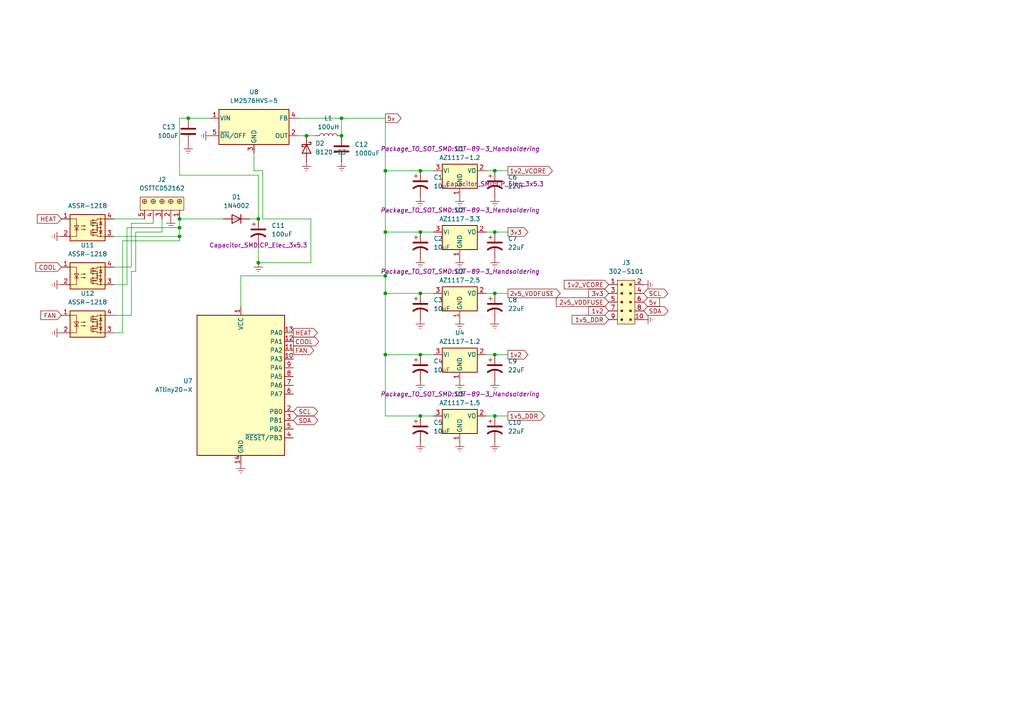
<source format=kicad_sch>
(kicad_sch (version 20230121) (generator eeschema)
  (paper "A4")
  (lib_symbols
    (symbol "Device:C" (pin_numbers hide) (pin_names (offset 0.254))
      (property "Reference" "C" (at 0.635 2.54 0))
      (property "Value" "C" (at 0.635 -2.54 0))
      (symbol "C_0_1"
        (polyline (pts (xy -2.032 -0.762) (xy 2.032 -0.762)) (stroke (width 0.508)))
        (polyline (pts (xy -2.032 0.762) (xy 2.032 0.762)) (stroke (width 0.508)))
      )
      (symbol "C_1_1"
        (pin passive line (at 0 3.81 270) (length 2.794) (name "~") (number "1"))
        (pin passive line (at 0 -3.81 90) (length 2.794) (name "~") (number "2"))
      )
    )
    (symbol "Device:C_Polarized_US" (pin_numbers hide) (pin_names (offset 0.254) hide)
      (property "Reference" "C" (at 0.635 2.54 0))
      (property "Value" "C_Polarized_US" (at 0.635 -2.54 0))
      (symbol "C_Polarized_US_0_1"
        (polyline (pts (xy -2.032 0.762) (xy 2.032 0.762)) (stroke (width 0.508)))
        (polyline (pts (xy -1.778 2.286) (xy -0.762 2.286)))
        (polyline (pts (xy -1.27 1.778) (xy -1.27 2.794)))
        (arc (start 2.032 -1.27) (mid 0 -0.5572) (end -2.032 -1.27) (stroke (width 0.508)))
      )
      (symbol "C_Polarized_US_1_1"
        (pin passive line (at 0 3.81 270) (length 2.794) (name "~") (number "1"))
        (pin passive line (at 0 -3.81 90) (length 3.302) (name "~") (number "2"))
      )
    )
    (symbol "Device:L" (pin_numbers hide) (pin_names (offset 1.016) hide)
      (property "Reference" "L" (at -1.27 0 90))
      (property "Value" "L" (at 1.905 0 90))
      (symbol "L_0_1"
        (arc (start 0 -2.54) (mid 0.6323 -1.905) (end 0 -1.27))
        (arc (start 0 -1.27) (mid 0.6323 -0.635) (end 0 0))
        (arc (start 0 0) (mid 0.6323 0.635) (end 0 1.27))
        (arc (start 0 1.27) (mid 0.6323 1.905) (end 0 2.54))
      )
      (symbol "L_1_1"
        (pin passive line (at 0 3.81 270) (length 1.27) (name "1") (number "1"))
        (pin passive line (at 0 -3.81 90) (length 1.27) (name "2") (number "2"))
      )
    )
    (symbol "Diode:1N4002" (pin_numbers hide) (pin_names hide)
      (property "Reference" "D" (at 0 2.54 0))
      (property "Value" "1N4002" (at 0 -2.54 0))
      (symbol "1N4002_0_1"
        (polyline (pts (xy -1.27 1.27) (xy -1.27 -1.27)) (stroke (width 0.254)))
        (polyline (pts (xy 1.27 0) (xy -1.27 0)))
        (polyline (pts (xy 1.27 1.27) (xy 1.27 -1.27) (xy -1.27 0) (xy 1.27 1.27)) (stroke (width 0.254)))
      )
      (symbol "1N4002_1_1"
        (pin passive line (at -3.81 0 0) (length 2.54) (name "K") (number "1"))
        (pin passive line (at 3.81 0 180) (length 2.54) (name "A") (number "2"))
      )
    )
    (symbol "Diode:B120-E3" (pin_numbers hide) (pin_names hide)
      (property "Reference" "D" (at 0 2.54 0))
      (property "Value" "B120-E3" (at 0 -2.54 0))
      (symbol "B120-E3_0_1"
        (polyline (pts (xy 1.27 0) (xy -1.27 0)))
        (polyline (pts (xy 1.27 1.27) (xy 1.27 -1.27) (xy -1.27 0) (xy 1.27 1.27)) (stroke (width 0.254)))
        (polyline (pts (xy -1.905 0.635) (xy -1.905 1.27) (xy -1.27 1.27) (xy -1.27 -1.27) (xy -0.635 -1.27) (xy -0.635 -0.635)) (stroke (width 0.254)))
      )
      (symbol "B120-E3_1_1"
        (pin passive line (at -3.81 0 0) (length 2.54) (name "K") (number "1"))
        (pin passive line (at 3.81 0 180) (length 2.54) (name "A") (number "2"))
      )
    )
    (symbol "MCU_Microchip_ATtiny:ATtiny20-X"
      (property "Reference" "U" (at -12.7 21.59 0))
      (property "Value" "ATtiny20-X" (at 2.54 -21.59 0))
      (symbol "ATtiny20-X_0_1"
        (rectangle (start -12.7 -20.32) (end 12.7 20.32) (stroke (width 0.254)) (fill (type background)))
      )
      (symbol "ATtiny20-X_1_1"
        (pin power_in line (at 0 22.86 270) (length 2.54) (name "VCC") (number "1"))
        (pin bidirectional line (at 15.24 7.62 180) (length 2.54) (name "PA3") (number "10"))
        (pin bidirectional line (at 15.24 10.16 180) (length 2.54) (name "PA2") (number "11"))
        (pin bidirectional line (at 15.24 12.7 180) (length 2.54) (name "PA1") (number "12"))
        (pin bidirectional line (at 15.24 15.24 180) (length 2.54) (name "PA0") (number "13"))
        (pin power_in line (at 0 -22.86 90) (length 2.54) (name "GND") (number "14"))
        (pin bidirectional line (at 15.24 -7.62 180) (length 2.54) (name "PB0") (number "2"))
        (pin bidirectional line (at 15.24 -10.16 180) (length 2.54) (name "PB1") (number "3"))
        (pin bidirectional line (at 15.24 -15.24 180) (length 2.54) (name "~{RESET}/PB3") (number "4"))
        (pin bidirectional line (at 15.24 -12.7 180) (length 2.54) (name "PB2") (number "5"))
        (pin bidirectional line (at 15.24 -2.54 180) (length 2.54) (name "PA7") (number "6"))
        (pin bidirectional line (at 15.24 0 180) (length 2.54) (name "PA6") (number "7"))
        (pin bidirectional line (at 15.24 2.54 180) (length 2.54) (name "PA5") (number "8"))
        (pin bidirectional line (at 15.24 5.08 180) (length 2.54) (name "PA4") (number "9"))
      )
    )
    (symbol "Regulator_Linear:AZ1117-1.2" (pin_names (offset 0.254))
      (property "Reference" "U" (at -3.81 3.175 0))
      (property "Value" "AZ1117-1.2" (at 0 3.175 0))
      (symbol "AZ1117-1.2_0_1"
        (rectangle (start -5.08 1.905) (end 5.08 -5.08) (stroke (width 0.254)) (fill (type background)))
      )
      (symbol "AZ1117-1.2_1_1"
        (pin power_in line (at 0 -7.62 90) (length 2.54) (name "GND") (number "1"))
        (pin power_out line (at 7.62 0 180) (length 2.54) (name "VO") (number "2"))
        (pin power_in line (at -7.62 0 0) (length 2.54) (name "VI") (number "3"))
      )
    )
    (symbol "Regulator_Linear:AZ1117-1.5" (pin_names (offset 0.254))
      (property "Reference" "U" (at -3.81 3.175 0))
      (property "Value" "AZ1117-1.5" (at 0 3.175 0))
      (symbol "AZ1117-1.5_0_1"
        (rectangle (start -5.08 1.905) (end 5.08 -5.08) (stroke (width 0.254)) (fill (type background)))
      )
      (symbol "AZ1117-1.5_1_1"
        (pin power_in line (at 0 -7.62 90) (length 2.54) (name "GND") (number "1"))
        (pin power_out line (at 7.62 0 180) (length 2.54) (name "VO") (number "2"))
        (pin power_in line (at -7.62 0 0) (length 2.54) (name "VI") (number "3"))
      )
    )
    (symbol "Regulator_Linear:AZ1117-2.5" (pin_names (offset 0.254))
      (property "Reference" "U" (at -3.81 3.175 0))
      (property "Value" "AZ1117-2.5" (at 0 3.175 0))
      (symbol "AZ1117-2.5_0_1"
        (rectangle (start -5.08 1.905) (end 5.08 -5.08) (stroke (width 0.254)) (fill (type background)))
      )
      (symbol "AZ1117-2.5_1_1"
        (pin power_in line (at 0 -7.62 90) (length 2.54) (name "GND") (number "1"))
        (pin power_out line (at 7.62 0 180) (length 2.54) (name "VO") (number "2"))
        (pin power_in line (at -7.62 0 0) (length 2.54) (name "VI") (number "3"))
      )
    )
    (symbol "Regulator_Linear:AZ1117-3.3" (pin_names (offset 0.254))
      (property "Reference" "U" (at -3.81 3.175 0))
      (property "Value" "AZ1117-3.3" (at 0 3.175 0))
      (symbol "AZ1117-3.3_0_1"
        (rectangle (start -5.08 1.905) (end 5.08 -5.08) (stroke (width 0.254)) (fill (type background)))
      )
      (symbol "AZ1117-3.3_1_1"
        (pin power_in line (at 0 -7.62 90) (length 2.54) (name "GND") (number "1"))
        (pin power_out line (at 7.62 0 180) (length 2.54) (name "VO") (number "2"))
        (pin power_in line (at -7.62 0 0) (length 2.54) (name "VI") (number "3"))
      )
    )
    (symbol "Regulator_Switching:LM2576HVS-5" (pin_names (offset 0.254))
      (property "Reference" "U" (at -10.16 6.35 0))
      (property "Value" "LM2576HVS-5" (at 0 6.35 0))
      (symbol "LM2576HVS-5_0_1"
        (rectangle (start -10.16 5.08) (end 10.16 -5.08) (stroke (width 0.254)) (fill (type background)))
      )
      (symbol "LM2576HVS-5_1_1"
        (pin power_in line (at -12.7 2.54 0) (length 2.54) (name "VIN") (number "1"))
        (pin output line (at 12.7 -2.54 180) (length 2.54) (name "OUT") (number "2"))
        (pin power_in line (at 0 -7.62 90) (length 2.54) (name "GND") (number "3"))
        (pin input line (at 12.7 2.54 180) (length 2.54) (name "FB") (number "4"))
        (pin input line (at -12.7 -2.54 0) (length 2.54) (name "~{ON}/OFF") (number "5"))
      )
    )
    (symbol "Relay_SolidState:ASSR-1218"
      (property "Reference" "U" (at -5.08 5.08 0))
      (property "Value" "ASSR-1218" (at 0 5.08 0))
      (symbol "ASSR-1218_0_1"
        (rectangle (start -5.08 3.81) (end 5.08 -3.81) (stroke (width 0.254)) (fill (type background)))
        (polyline (pts (xy -3.81 -0.635) (xy -2.54 -0.635)))
        (polyline (pts (xy 1.016 -0.635) (xy 1.016 -2.159)) (stroke (width 0.2032)))
        (polyline (pts (xy 1.016 2.159) (xy 1.016 0.635)) (stroke (width 0.2032)))
        (polyline (pts (xy 1.524 -0.508) (xy 1.524 -0.762)) (stroke (width 0.3556)))
        (polyline (pts (xy 2.794 0) (xy 3.81 0)))
        (polyline (pts (xy 3.429 -1.651) (xy 4.191 -1.651)))
        (polyline (pts (xy 3.429 1.651) (xy 4.191 1.651)))
        (polyline (pts (xy 3.81 -2.54) (xy 3.81 2.54)))
        (polyline (pts (xy 1.524 -2.032) (xy 1.524 -2.286) (xy 1.524 -2.286)) (stroke (width 0.3556)))
        (polyline (pts (xy 1.524 -1.27) (xy 1.524 -1.524) (xy 1.524 -1.524)) (stroke (width 0.3556)))
        (polyline (pts (xy 1.524 0.762) (xy 1.524 0.508) (xy 1.524 0.508)) (stroke (width 0.3556)))
        (polyline (pts (xy 1.524 1.524) (xy 1.524 1.27) (xy 1.524 1.27)) (stroke (width 0.3556)))
        (polyline (pts (xy 1.524 2.286) (xy 1.524 2.032) (xy 1.524 2.032)) (stroke (width 0.3556)))
        (polyline (pts (xy 1.651 -1.397) (xy 2.794 -1.397) (xy 2.794 -0.635)))
        (polyline (pts (xy 1.651 1.397) (xy 2.794 1.397) (xy 2.794 0.635)))
        (polyline (pts (xy -5.08 2.54) (xy -3.175 2.54) (xy -3.175 -2.54) (xy -5.08 -2.54)))
        (polyline (pts (xy -3.175 -0.635) (xy -3.81 0.635) (xy -2.54 0.635) (xy -3.175 -0.635)))
        (polyline (pts (xy 1.651 -2.159) (xy 2.794 -2.159) (xy 2.794 -2.54) (xy 5.08 -2.54)))
        (polyline (pts (xy 1.651 -0.635) (xy 2.794 -0.635) (xy 2.794 0.635) (xy 1.651 0.635)))
        (polyline (pts (xy 1.651 2.159) (xy 2.794 2.159) (xy 2.794 2.54) (xy 5.08 2.54)))
        (polyline (pts (xy 1.778 -1.397) (xy 2.286 -1.27) (xy 2.286 -1.524) (xy 1.778 -1.397)))
        (polyline (pts (xy 1.778 1.397) (xy 2.286 1.524) (xy 2.286 1.27) (xy 1.778 1.397)))
        (polyline (pts (xy 3.81 -1.651) (xy 3.429 -0.889) (xy 4.191 -0.889) (xy 3.81 -1.651)))
        (polyline (pts (xy 3.81 1.651) (xy 3.429 0.889) (xy 4.191 0.889) (xy 3.81 1.651)))
        (polyline (pts (xy -1.905 -0.508) (xy -0.635 -0.508) (xy -1.016 -0.635) (xy -1.016 -0.381) (xy -0.635 -0.508)))
        (polyline (pts (xy -1.905 0.508) (xy -0.635 0.508) (xy -1.016 0.381) (xy -1.016 0.635) (xy -0.635 0.508)))
        (circle (center 2.794 -0.635) (radius 0.127))
        (circle (center 2.794 0) (radius 0.127))
        (circle (center 2.794 0.635) (radius 0.127))
        (circle (center 3.81 -2.54) (radius 0.127))
        (circle (center 3.81 0) (radius 0.127))
        (circle (center 3.81 2.54) (radius 0.127))
      )
      (symbol "ASSR-1218_1_1"
        (pin passive line (at -7.62 2.54 0) (length 2.54) (name "~") (number "1"))
        (pin passive line (at -7.62 -2.54 0) (length 2.54) (name "~") (number "2"))
        (pin passive line (at 7.62 -2.54 180) (length 2.54) (name "~") (number "3"))
        (pin passive line (at 7.62 2.54 180) (length 2.54) (name "~") (number "4"))
      )
    )
    (symbol "dk_Rectangular-Connectors-Headers-Male-Pins:302-S101" (pin_names (offset 1.016))
      (property "Reference" "J" (at -2.54 7.62 0))
      (property "Value" "302-S101" (at 0 -7.62 0))
      (symbol "302-S101_1_1"
        (rectangle (start -2.54 6.35) (end 2.54 -6.35) (fill (type background)))
        (rectangle (start -1.524 -4.826) (end -1.016 -5.334) (fill (type outline)))
        (rectangle (start -1.524 -2.286) (end -1.016 -2.794) (fill (type outline)))
        (rectangle (start -1.524 0.254) (end -1.016 -0.254) (fill (type outline)))
        (rectangle (start -1.524 2.794) (end -1.016 2.286) (fill (type outline)))
        (rectangle (start -1.524 5.334) (end -1.016 4.826) (fill (type outline)))
        (rectangle (start 1.016 -4.826) (end 1.524 -5.334) (fill (type outline)))
        (rectangle (start 1.016 -2.286) (end 1.524 -2.794) (fill (type outline)))
        (rectangle (start 1.016 0.254) (end 1.524 -0.254) (fill (type outline)))
        (rectangle (start 1.016 2.794) (end 1.524 2.286) (fill (type outline)))
        (rectangle (start 1.016 5.334) (end 1.524 4.826) (fill (type outline)))
        (pin passive line (at -5.08 5.08 0) (length 2.54) (name "~") (number "1"))
        (pin passive line (at 5.08 -5.08 180) (length 2.54) (name "~") (number "10"))
        (pin passive line (at 5.08 5.08 180) (length 2.54) (name "~") (number "2"))
        (pin passive line (at -5.08 2.54 0) (length 2.54) (name "~") (number "3"))
        (pin passive line (at 5.08 2.54 180) (length 2.54) (name "~") (number "4"))
        (pin passive line (at -5.08 0 0) (length 2.54) (name "~") (number "5"))
        (pin passive line (at 5.08 0 180) (length 2.54) (name "~") (number "6"))
        (pin passive line (at -5.08 -2.54 0) (length 2.54) (name "~") (number "7"))
        (pin passive line (at 5.08 -2.54 180) (length 2.54) (name "~") (number "8"))
        (pin passive line (at -5.08 -5.08 0) (length 2.54) (name "~") (number "9"))
      )
    )
    (symbol "dk_Terminal-Blocks-Wire-to-Board:OSTTC052162" (pin_names (offset 1.016))
      (property "Reference" "J" (at -2.54 -1.27 0))
      (property "Value" "OSTTC052162" (at 5.08 -5.08 0))
      (symbol "OSTTC052162_1_1"
        (rectangle (start -1.27 0) (end 11.43 -3.81) (fill (type background)))
        (circle (center 0 -2.54) (radius 0.635))
        (polyline (pts (xy 0 -1.905) (xy 0 -3.175)))
        (polyline (pts (xy 0.635 -2.54) (xy -0.635 -2.54)))
        (polyline (pts (xy 1.905 -2.54) (xy 3.175 -2.54)))
        (polyline (pts (xy 2.54 -1.905) (xy 2.54 -3.175)))
        (polyline (pts (xy 5.08 -1.905) (xy 5.08 -3.175)))
        (polyline (pts (xy 5.715 -2.54) (xy 4.445 -2.54)))
        (polyline (pts (xy 6.985 -2.54) (xy 8.255 -2.54)))
        (polyline (pts (xy 7.62 -1.905) (xy 7.62 -3.175)))
        (polyline (pts (xy 9.525 -2.54) (xy 10.795 -2.54)))
        (polyline (pts (xy 10.16 -1.905) (xy 10.16 -3.175)))
        (circle (center 2.54 -2.54) (radius 0.635))
        (circle (center 5.08 -2.54) (radius 0.635))
        (circle (center 7.62 -2.54) (radius 0.635))
        (circle (center 10.16 -2.54) (radius 0.635))
        (pin passive line (at 0 2.54 270) (length 2.54) (name "~") (number "1"))
        (pin passive line (at 2.54 2.54 270) (length 2.54) (name "~") (number "2"))
        (pin passive line (at 5.08 2.54 270) (length 2.54) (name "~") (number "3"))
        (pin passive line (at 7.62 2.54 270) (length 2.54) (name "~") (number "4"))
        (pin passive line (at 10.16 2.54 270) (length 2.54) (name "~") (number "5"))
      )
    )
    (symbol "power:Earth" (power) (pin_names (offset 0))
      (symbol "Earth_0_1"
        (polyline (pts (xy -0.635 -1.905) (xy 0.635 -1.905)))
        (polyline (pts (xy -0.127 -2.54) (xy 0.127 -2.54)))
        (polyline (pts (xy 0 -1.27) (xy 0 0)))
        (polyline (pts (xy 1.27 -1.27) (xy -1.27 -1.27)))
      )
      (symbol "Earth_1_1"
        (pin power_in line (at 0 0 270) (length 0) hide (name "Earth") (number "1"))
      )
    )
  )
  (junction (at 52.07 66.04))
  (junction (at 111.76 85.09))
  (junction (at 111.76 67.31))
  (junction (at 121.92 85.09))
  (junction (at 143.51 67.31))
  (junction (at 111.76 49.53))
  (junction (at 121.92 49.53))
  (junction (at 121.92 67.31))
  (junction (at 74.93 63.5))
  (junction (at 121.92 120.65))
  (junction (at 111.76 80.01))
  (junction (at 99.06 34.29))
  (junction (at 52.07 68.58))
  (junction (at 111.76 102.87))
  (junction (at 74.93 76.2))
  (junction (at 52.07 63.5))
  (junction (at 99.06 39.37))
  (junction (at 88.9 39.37))
  (junction (at 143.51 120.65))
  (junction (at 121.92 102.87))
  (junction (at 143.51 102.87))
  (junction (at 143.51 49.53))
  (junction (at 54.61 34.29))
  (junction (at 143.51 85.09))
  (wire (pts (xy 74.93 50.8) (xy 52.07 50.8)))
  (wire (pts (xy 143.51 67.31) (xy 147.32 67.31)))
  (wire (pts (xy 36.83 82.55) (xy 36.83 66.04)))
  (wire (pts (xy 99.06 34.29) (xy 99.06 39.37)))
  (wire (pts (xy 140.97 67.31) (xy 143.51 67.31)))
  (wire (pts (xy 35.56 69.85) (xy 35.56 96.52)))
  (wire (pts (xy 33.02 68.58) (xy 52.07 68.58)))
  (wire (pts (xy 111.76 85.09) (xy 121.92 85.09)))
  (wire (pts (xy 76.2 49.53) (xy 76.2 63.5)))
  (wire (pts (xy 90.17 63.5) (xy 90.17 76.2)))
  (wire (pts (xy 111.76 102.87) (xy 121.92 102.87)))
  (wire (pts (xy 38.1 78.74) (xy 39.37 78.74)))
  (wire (pts (xy 38.1 91.44) (xy 38.1 78.74)))
  (wire (pts (xy 140.97 120.65) (xy 143.51 120.65)))
  (wire (pts (xy 52.07 68.58) (xy 52.07 69.85)))
  (wire (pts (xy 35.56 96.52) (xy 33.02 96.52)))
  (wire (pts (xy 140.97 49.53) (xy 143.51 49.53)))
  (wire (pts (xy 74.93 63.5) (xy 74.93 50.8)))
  (wire (pts (xy 111.76 85.09) (xy 111.76 102.87)))
  (wire (pts (xy 111.76 67.31) (xy 111.76 80.01)))
  (wire (pts (xy 143.51 102.87) (xy 147.32 102.87)))
  (wire (pts (xy 121.92 85.09) (xy 125.73 85.09)))
  (wire (pts (xy 73.66 49.53) (xy 76.2 49.53)))
  (wire (pts (xy 69.85 80.01) (xy 69.85 88.9)))
  (wire (pts (xy 38.1 64.77) (xy 44.45 64.77)))
  (wire (pts (xy 52.07 66.04) (xy 52.07 63.5)))
  (wire (pts (xy 143.51 85.09) (xy 147.32 85.09)))
  (wire (pts (xy 33.02 91.44) (xy 38.1 91.44)))
  (wire (pts (xy 39.37 78.74) (xy 39.37 67.31)))
  (wire (pts (xy 121.92 49.53) (xy 125.73 49.53)))
  (wire (pts (xy 111.76 34.29) (xy 111.76 49.53)))
  (wire (pts (xy 52.07 63.5) (xy 64.77 63.5)))
  (wire (pts (xy 36.83 66.04) (xy 52.07 66.04)))
  (wire (pts (xy 111.76 67.31) (xy 121.92 67.31)))
  (wire (pts (xy 111.76 80.01) (xy 111.76 85.09)))
  (wire (pts (xy 69.85 80.01) (xy 111.76 80.01)))
  (wire (pts (xy 33.02 82.55) (xy 36.83 82.55)))
  (wire (pts (xy 52.07 68.58) (xy 52.07 66.04)))
  (wire (pts (xy 111.76 102.87) (xy 111.76 120.65)))
  (wire (pts (xy 54.61 34.29) (xy 60.96 34.29)))
  (wire (pts (xy 44.45 63.5) (xy 44.45 64.77)))
  (wire (pts (xy 73.66 44.45) (xy 73.66 49.53)))
  (wire (pts (xy 140.97 102.87) (xy 143.51 102.87)))
  (wire (pts (xy 90.17 76.2) (xy 74.93 76.2)))
  (wire (pts (xy 143.51 49.53) (xy 147.32 49.53)))
  (wire (pts (xy 52.07 34.29) (xy 54.61 34.29)))
  (wire (pts (xy 76.2 63.5) (xy 90.17 63.5)))
  (wire (pts (xy 111.76 49.53) (xy 121.92 49.53)))
  (wire (pts (xy 140.97 85.09) (xy 143.51 85.09)))
  (wire (pts (xy 88.9 39.37) (xy 91.44 39.37)))
  (wire (pts (xy 121.92 120.65) (xy 125.73 120.65)))
  (wire (pts (xy 72.39 63.5) (xy 74.93 63.5)))
  (wire (pts (xy 143.51 120.65) (xy 147.32 120.65)))
  (wire (pts (xy 99.06 34.29) (xy 111.76 34.29)))
  (wire (pts (xy 39.37 67.31) (xy 46.99 67.31)))
  (wire (pts (xy 121.92 67.31) (xy 125.73 67.31)))
  (wire (pts (xy 86.36 34.29) (xy 99.06 34.29)))
  (wire (pts (xy 33.02 77.47) (xy 38.1 77.47)))
  (wire (pts (xy 52.07 50.8) (xy 52.07 34.29)))
  (wire (pts (xy 111.76 120.65) (xy 121.92 120.65)))
  (wire (pts (xy 74.93 76.2) (xy 74.93 71.12)))
  (wire (pts (xy 38.1 77.47) (xy 38.1 64.77)))
  (wire (pts (xy 52.07 69.85) (xy 35.56 69.85)))
  (wire (pts (xy 86.36 39.37) (xy 88.9 39.37)))
  (wire (pts (xy 33.02 63.5) (xy 41.91 63.5)))
  (wire (pts (xy 111.76 49.53) (xy 111.76 67.31)))
  (wire (pts (xy 46.99 67.31) (xy 46.99 63.5)))
  (wire (pts (xy 121.92 102.87) (xy 125.73 102.87)))
  (global_label "SCL" (shape bidirectional) (at 186.69 85.09 0) (property "Intersheetrefs" "${INTERSHEET_REFS}" (effects hide)))
  (global_label "1v2" (shape output) (at 147.32 102.87 0) (property "Intersheetrefs" "${INTERSHEET_REFS}" (effects hide)))
  (global_label "COOL" (shape output) (at 85.09 99.06 0) (property "Intersheetrefs" "${INTERSHEET_REFS}" (effects hide)))
  (global_label "FAN" (shape output) (at 85.09 101.6 0) (property "Intersheetrefs" "${INTERSHEET_REFS}" (effects hide)))
  (global_label "1v2_VCORE" (shape input) (at 176.53 82.55 180) (property "Intersheetrefs" "${INTERSHEET_REFS}" (effects hide)))
  (global_label "SDA" (shape bidirectional) (at 85.09 121.92 0) (property "Intersheetrefs" "${INTERSHEET_REFS}" (effects hide)))
  (global_label "2v5_VDDFUSE" (shape input) (at 176.53 87.63 180) (property "Intersheetrefs" "${INTERSHEET_REFS}" (effects hide)))
  (global_label "SDA" (shape bidirectional) (at 186.69 90.17 0) (property "Intersheetrefs" "${INTERSHEET_REFS}" (effects hide)))
  (global_label "3v3" (shape output) (at 147.32 67.31 0) (property "Intersheetrefs" "${INTERSHEET_REFS}" (effects hide)))
  (global_label "1v2_VCORE" (shape output) (at 147.32 49.53 0) (property "Intersheetrefs" "${INTERSHEET_REFS}" (effects hide)))
  (global_label "1v5_DDR" (shape input) (at 176.53 92.71 180) (property "Intersheetrefs" "${INTERSHEET_REFS}" (effects hide)))
  (global_label "3v3" (shape input) (at 176.53 85.09 180) (property "Intersheetrefs" "${INTERSHEET_REFS}" (effects hide)))
  (global_label "2v5_VDDFUSE" (shape output) (at 147.32 85.09 0) (property "Intersheetrefs" "${INTERSHEET_REFS}" (effects hide)))
  (global_label "FAN" (shape input) (at 17.78 91.44 180) (property "Intersheetrefs" "${INTERSHEET_REFS}" (effects hide)))
  (global_label "5v" (shape input) (at 186.69 87.63 0) (property "Intersheetrefs" "${INTERSHEET_REFS}" (effects hide)))
  (global_label "1v5_DDR" (shape output) (at 147.32 120.65 0) (property "Intersheetrefs" "${INTERSHEET_REFS}" (effects hide)))
  (global_label "HEAT" (shape output) (at 85.09 96.52 0) (property "Intersheetrefs" "${INTERSHEET_REFS}" (effects hide)))
  (global_label "HEAT" (shape input) (at 17.78 63.5 180) (property "Intersheetrefs" "${INTERSHEET_REFS}" (effects hide)))
  (global_label "SCL" (shape bidirectional) (at 85.09 119.38 0) (property "Intersheetrefs" "${INTERSHEET_REFS}" (effects hide)))
  (global_label "5v" (shape output) (at 111.76 34.29 0) (property "Intersheetrefs" "${INTERSHEET_REFS}" (effects hide)))
  (global_label "1v2" (shape input) (at 176.53 90.17 180) (property "Intersheetrefs" "${INTERSHEET_REFS}" (effects hide)))
  (global_label "COOL" (shape input) (at 17.78 77.47 180) (property "Intersheetrefs" "${INTERSHEET_REFS}" (effects hide)))
  (symbol (lib_id "Regulator_Switching:LM2576HVS-5") (at 73.66 36.83 0) (unit 1)
    (property "Reference" "U8" (at 73.66 26.67 0))
    (property "Value" "LM2576HVS-5" (at 73.66 29.21 0))
    (property "Footprint" "Package_TO_SOT_SMD:TO-263-5_TabPin3" (effects hide))
    (property "Datasheet" "http://www.ti.com/lit/ds/symlink/lm2576.pdf" (effects hide))
  )
  (symbol (lib_id "Device:L") (at 95.25 39.37 90) (unit 1)
    (property "Reference" "L1" (at 95.25 34.29 90))
    (property "Value" "100uH" (at 95.25 36.83 90))
    (property "Footprint" "Inductor_SMD:L_6.3x6.3_H3" (effects hide))
  )
  (symbol (lib_id "power:Earth") (at 60.96 39.37 270) (unit 1)
    (property "Reference" "#PWR017" (effects hide))
    (property "Value" "Earth" (effects hide))
  )
  (symbol (lib_id "Diode:B120-E3") (at 88.9 43.18 270) (unit 1)
    (property "Reference" "D2" (at 91.44 41.5925 90) (effects (justify left)))
    (property "Value" "B120-E3" (at 91.44 44.1325 90) (effects (justify left)))
    (property "Footprint" "Diode_SMD:D_SMA-SMB_Universal_Handsoldering" (effects hide))
    (property "Datasheet" "http://www.vishay.com/docs/88946/b120.pdf" (effects hide))
  )
  (symbol (lib_id "Device:C_Polarized_US") (at 143.51 53.34 0) (unit 1)
    (property "Reference" "C6" (at 147.32 51.435 0) (effects (justify left)))
    (property "Value" "22uF" (at 147.32 53.975 0) (effects (justify left)))
    (property "Footprint" "Capacitor_SMD:CP_Elec_3x5.3" (at 143.51 53.34 0))
  )
  (symbol (lib_id "power:Earth") (at 88.9 46.99 0) (unit 1)
    (property "Reference" "#PWR018" (effects hide))
    (property "Value" "Earth" (effects hide))
  )
  (symbol (lib_id "power:Earth") (at 133.35 110.49 0) (unit 1)
    (property "Reference" "#PWR09" (effects hide))
    (property "Value" "Earth" (effects hide))
  )
  (symbol (lib_id "Regulator_Linear:AZ1117-1.2") (at 133.35 102.87 0) (unit 1)
    (property "Reference" "U4" (at 133.35 96.52 0))
    (property "Value" "AZ1117-1.2" (at 133.35 99.06 0))
    (property "Footprint" "Package_TO_SOT_SMD:SOT-89-3_Handsoldering" (effects hide))
    (property "Datasheet" "https://www.diodes.com/assets/Datasheets/AZ1117.pdf" (effects hide))
  )
  (symbol (lib_id "Device:C_Polarized_US") (at 121.92 124.46 0) (unit 1)
    (property "Reference" "C5" (at 125.73 122.555 0) (effects (justify left)))
    (property "Value" "10uF" (at 125.73 125.095 0) (effects (justify left)))
    (property "Footprint" "Capacitor_SMD:CP_Elec_3x5.3" (effects hide))
  )
  (symbol (lib_id "power:Earth") (at 121.92 57.15 0) (unit 1)
    (property "Reference" "#PWR01" (effects hide))
    (property "Value" "Earth" (effects hide))
  )
  (symbol (lib_id "power:Earth") (at 143.51 92.71 0) (unit 1)
    (property "Reference" "#PWR013" (effects hide))
    (property "Value" "Earth" (effects hide))
  )
  (symbol (lib_id "power:Earth") (at 143.51 74.93 0) (unit 1)
    (property "Reference" "#PWR012" (effects hide))
    (property "Value" "Earth" (effects hide))
  )
  (symbol (lib_id "Device:C") (at 99.06 43.18 0) (unit 1)
    (property "Reference" "C12" (at 102.87 41.91 0) (effects (justify left)))
    (property "Value" "1000uF" (at 102.87 44.45 0) (effects (justify left)))
    (property "Footprint" "Capacitor_SMD:C_1210_3225Metric_Pad1.33x2.70mm_HandSolder" (effects hide))
  )
  (symbol (lib_id "dk_Rectangular-Connectors-Headers-Male-Pins:302-S101") (at 181.61 87.63 0) (unit 1)
    (property "Reference" "J3" (at 181.61 76.2 0))
    (property "Value" "302-S101" (at 181.61 78.74 0))
    (property "Footprint" "digikey-footprints:PinHeader_2x5_P2.54mm_Drill1.2mm" (effects hide))
    (property "Datasheet" "http://www.on-shore.com/wp-content/uploads/2018/04/302-SXX1.pdf" (effects hide))
    (property "Digi-Key_PN" "ED1543-ND" (effects hide))
    (property "MPN" "302-S101" (effects hide))
    (property "Category" "Connectors, Interconnects" (effects hide))
    (property "Family" "Rectangular Connectors - Headers, Male Pins" (effects hide))
    (property "DK_Datasheet_Link" "http://www.on-shore.com/wp-content/uploads/2018/04/302-SXX1.pdf" (effects hide))
    (property "DK_Detail_Page" "/product-detail/en/on-shore-technology-inc/302-S101/ED1543-ND/2178422" (effects hide))
    (property "Description" "CONN HEADER VERT 10POS 2.54MM" (effects hide))
    (property "Manufacturer" "On Shore Technology Inc." (effects hide))
    (property "Status" "Active" (effects hide))
  )
  (symbol (lib_id "Device:C_Polarized_US") (at 143.51 124.46 0) (unit 1)
    (property "Reference" "C10" (at 147.32 122.555 0) (effects (justify left)))
    (property "Value" "22uF" (at 147.32 125.095 0) (effects (justify left)))
    (property "Footprint" "Capacitor_SMD:CP_Elec_3x5.3" (effects hide))
  )
  (symbol (lib_id "Diode:1N4002") (at 68.58 63.5 180) (unit 1)
    (property "Reference" "D1" (at 68.58 57.15 0))
    (property "Value" "1N4002" (at 68.58 59.69 0))
    (property "Footprint" "Diode_THT:D_DO-41_SOD81_P10.16mm_Horizontal" (effects hide))
    (property "Datasheet" "http://www.vishay.com/docs/88503/1n4001.pdf" (effects hide))
    (property "Sim.Device" "D" (effects hide))
    (property "Sim.Pins" "1=K 2=A" (effects hide))
  )
  (symbol (lib_id "power:Earth") (at 143.51 128.27 0) (unit 1)
    (property "Reference" "#PWR015" (effects hide))
    (property "Value" "Earth" (effects hide))
  )
  (symbol (lib_id "Regulator_Linear:AZ1117-1.2") (at 133.35 49.53 0) (unit 1)
    (property "Reference" "U1" (at 133.35 43.18 0))
    (property "Value" "AZ1117-1.2" (at 133.35 45.72 0))
    (property "Footprint" "Package_TO_SOT_SMD:SOT-89-3_Handsoldering" (at 133.35 43.18 0) (effects (font italic)))
    (property "Datasheet" "https://www.diodes.com/assets/Datasheets/AZ1117.pdf" (effects hide))
  )
  (symbol (lib_id "MCU_Microchip_ATtiny:ATtiny20-X") (at 69.85 111.76 0) (unit 1)
    (property "Reference" "U7" (at 55.88 110.49 0) (effects (justify right)))
    (property "Value" "ATtiny20-X" (at 55.88 113.03 0) (effects (justify right)))
    (property "Footprint" "Package_SO:TSSOP-14_4.4x5mm_P0.65mm" (effects hide))
    (property "Datasheet" "http://ww1.microchip.com/downloads/en/DeviceDoc/atmel-8235-8-bit-avr-microcontroller-attiny20_datasheet.pdf" (effects hide))
  )
  (symbol (lib_id "Regulator_Linear:AZ1117-2.5") (at 133.35 85.09 0) (unit 1)
    (property "Reference" "U3" (at 133.35 78.74 0))
    (property "Value" "AZ1117-2.5" (at 133.35 81.28 0))
    (property "Footprint" "Package_TO_SOT_SMD:SOT-89-3_Handsoldering" (at 133.35 78.74 0) (effects (font italic)))
    (property "Datasheet" "https://www.diodes.com/assets/Datasheets/AZ1117.pdf" (effects hide))
  )
  (symbol (lib_id "power:Earth") (at 54.61 41.91 0) (unit 1)
    (property "Reference" "#PWR019" (effects hide))
    (property "Value" "Earth" (effects hide))
  )
  (symbol (lib_id "Device:C_Polarized_US") (at 121.92 106.68 0) (unit 1)
    (property "Reference" "C4" (at 125.73 104.775 0) (effects (justify left)))
    (property "Value" "10uF" (at 125.73 107.315 0) (effects (justify left)))
    (property "Footprint" "Capacitor_SMD:CP_Elec_3x5.3" (effects hide))
  )
  (symbol (lib_id "Device:C_Polarized_US") (at 121.92 88.9 0) (unit 1)
    (property "Reference" "C3" (at 125.73 86.995 0) (effects (justify left)))
    (property "Value" "10uF" (at 125.73 89.535 0) (effects (justify left)))
    (property "Footprint" "Capacitor_SMD:CP_Elec_3x5.3" (effects hide))
  )
  (symbol (lib_id "power:Earth") (at 121.92 92.71 0) (unit 1)
    (property "Reference" "#PWR03" (effects hide))
    (property "Value" "Earth" (effects hide))
  )
  (symbol (lib_id "Device:C_Polarized_US") (at 143.51 88.9 0) (unit 1)
    (property "Reference" "C8" (at 147.32 86.995 0) (effects (justify left)))
    (property "Value" "22uF" (at 147.32 89.535 0) (effects (justify left)))
    (property "Footprint" "Capacitor_SMD:CP_Elec_3x5.3" (effects hide))
  )
  (symbol (lib_id "power:Earth") (at 49.53 63.5 0) (unit 1)
    (property "Reference" "#PWR027" (effects hide))
    (property "Value" "Earth" (effects hide))
  )
  (symbol (lib_id "Device:C_Polarized_US") (at 74.93 67.31 0) (unit 1)
    (property "Reference" "C11" (at 78.74 65.405 0) (effects (justify left)))
    (property "Value" "100uF" (at 78.74 67.945 0) (effects (justify left)))
    (property "Footprint" "Capacitor_SMD:CP_Elec_3x5.3" (at 74.93 71.12 0))
  )
  (symbol (lib_id "Device:C_Polarized_US") (at 143.51 106.68 0) (unit 1)
    (property "Reference" "C9" (at 147.32 104.775 0) (effects (justify left)))
    (property "Value" "22uF" (at 147.32 107.315 0) (effects (justify left)))
    (property "Footprint" "Capacitor_SMD:CP_Elec_3x5.3" (effects hide))
  )
  (symbol (lib_id "Regulator_Linear:AZ1117-3.3") (at 133.35 67.31 0) (unit 1)
    (property "Reference" "U2" (at 133.35 60.96 0))
    (property "Value" "AZ1117-3.3" (at 133.35 63.5 0))
    (property "Footprint" "Package_TO_SOT_SMD:SOT-89-3_Handsoldering" (at 133.35 60.96 0) (effects (font italic)))
    (property "Datasheet" "https://www.diodes.com/assets/Datasheets/AZ1117.pdf" (effects hide))
  )
  (symbol (lib_id "power:Earth") (at 17.78 68.58 270) (unit 1)
    (property "Reference" "#PWR024" (effects hide))
    (property "Value" "Earth" (effects hide))
  )
  (symbol (lib_id "power:Earth") (at 74.93 76.2 0) (unit 1)
    (property "Reference" "#PWR016" (effects hide))
    (property "Value" "Earth" (effects hide))
  )
  (symbol (lib_id "Device:C_Polarized_US") (at 121.92 71.12 0) (unit 1)
    (property "Reference" "C2" (at 125.73 69.215 0) (effects (justify left)))
    (property "Value" "10uF" (at 125.73 71.755 0) (effects (justify left)))
    (property "Footprint" "Capacitor_SMD:CP_Elec_3x5.3" (effects hide))
  )
  (symbol (lib_id "dk_Terminal-Blocks-Wire-to-Board:OSTTC052162") (at 52.07 60.96 180) (unit 1)
    (property "Reference" "J2" (at 46.99 52.07 0))
    (property "Value" "OSTTC052162" (at 46.99 54.61 0))
    (property "Footprint" "digikey-footprints:Term_Block_1x5_P5.08mm" (effects hide))
    (property "Datasheet" "http://www.on-shore.com/wp-content/uploads/OSTTCXX2162.pdf" (effects hide))
    (property "Digi-Key_PN" "ED2612-ND" (effects hide))
    (property "MPN" "OSTTC052162" (effects hide))
    (property "Category" "Connectors, Interconnects" (effects hide))
    (property "Family" "Terminal Blocks - Wire to Board" (effects hide))
    (property "DK_Datasheet_Link" "http://www.on-shore.com/wp-content/uploads/OSTTCXX2162.pdf" (effects hide))
    (property "DK_Detail_Page" "/product-detail/en/on-shore-technology-inc/OSTTC052162/ED2612-ND/614561" (effects hide))
    (property "Description" "TERM BLK 5P SIDE ENT 5.08MM PCB" (effects hide))
    (property "Manufacturer" "On Shore Technology Inc." (effects hide))
    (property "Status" "Active" (effects hide))
  )
  (symbol (lib_id "power:Earth") (at 121.92 74.93 0) (unit 1)
    (property "Reference" "#PWR02" (effects hide))
    (property "Value" "Earth" (effects hide))
  )
  (symbol (lib_id "power:Earth") (at 17.78 96.52 270) (unit 1)
    (property "Reference" "#PWR026" (effects hide))
    (property "Value" "Earth" (effects hide))
  )
  (symbol (lib_id "power:Earth") (at 133.35 128.27 0) (unit 1)
    (property "Reference" "#PWR010" (effects hide))
    (property "Value" "Earth" (effects hide))
  )
  (symbol (lib_id "power:Earth") (at 186.69 82.55 90) (unit 1)
    (property "Reference" "#PWR022" (effects hide))
    (property "Value" "Earth" (effects hide))
  )
  (symbol (lib_id "Regulator_Linear:AZ1117-1.5") (at 133.35 120.65 0) (unit 1)
    (property "Reference" "U5" (at 133.35 114.3 0))
    (property "Value" "AZ1117-1.5" (at 133.35 116.84 0))
    (property "Footprint" "Package_TO_SOT_SMD:SOT-89-3_Handsoldering" (at 133.35 114.3 0) (effects (font italic)))
    (property "Datasheet" "https://www.diodes.com/assets/Datasheets/AZ1117.pdf" (effects hide))
  )
  (symbol (lib_id "power:Earth") (at 121.92 110.49 0) (unit 1)
    (property "Reference" "#PWR04" (effects hide))
    (property "Value" "Earth" (effects hide))
  )
  (symbol (lib_id "Relay_SolidState:ASSR-1218") (at 25.4 93.98 0) (unit 1)
    (property "Reference" "U12" (at 25.4 85.09 0))
    (property "Value" "ASSR-1218" (at 25.4 87.63 0))
    (property "Footprint" "Package_SO:SO-4_4.4x4.3mm_P2.54mm" (effects hide))
    (property "Datasheet" "https://docs.broadcom.com/docs/AV02-0173EN" (effects hide))
  )
  (symbol (lib_id "power:Earth") (at 121.92 128.27 0) (unit 1)
    (property "Reference" "#PWR05" (effects hide))
    (property "Value" "Earth" (effects hide))
  )
  (symbol (lib_id "Relay_SolidState:ASSR-1218") (at 25.4 80.01 0) (unit 1)
    (property "Reference" "U11" (at 25.4 71.12 0))
    (property "Value" "ASSR-1218" (at 25.4 73.66 0))
    (property "Footprint" "Package_SO:SO-4_4.4x4.3mm_P2.54mm" (effects hide))
    (property "Datasheet" "https://docs.broadcom.com/docs/AV02-0173EN" (effects hide))
  )
  (symbol (lib_id "Relay_SolidState:ASSR-1218") (at 25.4 66.04 0) (unit 1)
    (property "Reference" "U10" (effects hide))
    (property "Value" "ASSR-1218" (at 25.4 59.69 0))
    (property "Footprint" "Package_SO:SO-4_4.4x4.3mm_P2.54mm" (effects hide))
    (property "Datasheet" "https://docs.broadcom.com/docs/AV02-0173EN" (effects hide))
  )
  (symbol (lib_id "power:Earth") (at 99.06 46.99 0) (unit 1)
    (property "Reference" "#PWR020" (effects hide))
    (property "Value" "Earth" (effects hide))
  )
  (symbol (lib_id "Device:C_Polarized_US") (at 143.51 71.12 0) (unit 1)
    (property "Reference" "C7" (at 147.32 69.215 0) (effects (justify left)))
    (property "Value" "22uF" (at 147.32 71.755 0) (effects (justify left)))
    (property "Footprint" "Capacitor_SMD:CP_Elec_3x5.3" (effects hide))
  )
  (symbol (lib_id "Device:C_Polarized_US") (at 121.92 53.34 0) (unit 1)
    (property "Reference" "C1" (at 125.73 51.435 0) (effects (justify left)))
    (property "Value" "10uF" (at 125.73 53.975 0) (effects (justify left)))
    (property "Footprint" "Capacitor_SMD:CP_Elec_3x5.3" (effects hide))
  )
  (symbol (lib_id "power:Earth") (at 133.35 92.71 0) (unit 1)
    (property "Reference" "#PWR08" (effects hide))
    (property "Value" "Earth" (effects hide))
  )
  (symbol (lib_id "power:Earth") (at 133.35 74.93 0) (unit 1)
    (property "Reference" "#PWR07" (effects hide))
    (property "Value" "Earth" (effects hide))
  )
  (symbol (lib_id "power:Earth") (at 69.85 134.62 0) (unit 1)
    (property "Reference" "#PWR023" (effects hide))
    (property "Value" "Earth" (effects hide))
  )
  (symbol (lib_id "power:Earth") (at 143.51 110.49 0) (unit 1)
    (property "Reference" "#PWR014" (effects hide))
    (property "Value" "Earth" (effects hide))
  )
  (symbol (lib_id "Device:C") (at 54.61 38.1 0) (unit 1)
    (property "Reference" "C13" (at 46.99 36.83 0) (effects (justify left)))
    (property "Value" "100uF" (at 45.72 39.37 0) (effects (justify left)))
    (property "Footprint" "Capacitor_SMD:C_1210_3225Metric_Pad1.33x2.70mm_HandSolder" (effects hide))
  )
  (symbol (lib_id "power:Earth") (at 143.51 57.15 0) (unit 1)
    (property "Reference" "#PWR011" (effects hide))
    (property "Value" "Earth" (effects hide))
  )
  (symbol (lib_id "power:Earth") (at 17.78 82.55 270) (unit 1)
    (property "Reference" "#PWR025" (effects hide))
    (property "Value" "Earth" (effects hide))
  )
  (symbol (lib_id "power:Earth") (at 186.69 92.71 90) (unit 1)
    (property "Reference" "#PWR021" (effects hide))
    (property "Value" "Earth" (effects hide))
  )
  (symbol (lib_id "power:Earth") (at 133.35 57.15 0) (unit 1)
    (property "Reference" "#PWR06" (effects hide))
    (property "Value" "Earth" (effects hide))
  )
)
</source>
